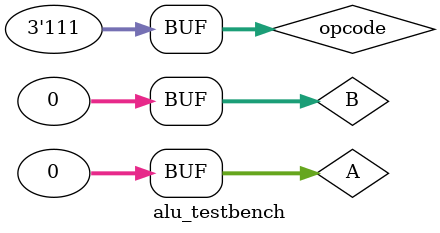
<source format=sv>
module alu(A, B, opcode, out, c_out, zero);
    input logic[31:0] A,B;
    input logic[2:0] opcode;
    output logic[31:0] out;
    output logic c_out, zero;
    logic[32:0] result;

    always_comb begin
        case(opcode)
            0: // and
                result = A & B;
            1: // or 
                result = A | B;
            2: //add
                result = A + B; 
            6: //sub
                result = A + (~B + 1); 
            7: begin //set less than
				if (A[31] != B[31]) begin
					if (A[31] > B[31]) begin
						result = 1;
					end else begin
						result = 0;
					end
				end else begin
					if (A < B)
					begin
						result = 1;
					end
					else
					begin
						result = 0;
					end
				end
			end
            default: result = 33'hxxxxxxxxx;
        endcase
    end

    assign out = result[31:0]; 
    assign c_out = result[32]; 
    assign zero = (result[31:0] == 0); 
endmodule

module alu_testbench(); 
    logic[31:0] A,B;
    logic[2:0] opcode;
    logic[31:0] out;
    logic c_out, zero; 

    alu dut(.A, .B, .opcode, .out, .c_out, .zero); 

    initial begin
        //and test
        opcode = 3'd0; 
        A = 32'hFFFFFFFF; B = 32'hFFF0FFFF; #10; 	
        A = 32'h0000000F; B = 32'hFFFFFFF1; #10; 
        // or test
        opcode = 3'd1;
        A = 32'hFFFFFFFF; B = 32'hFFF0FFFF; #10; 	
        A = 32'h0000000F; B = 32'hFFFFFFF1; #10; 
        //add test
        opcode = 3'd2;
        A = 32'hFFFFFFFF; B = 32'h00000001; #10; //c_out test
        A = 32'd0; B = 32'd0; #10; 
        //subtract test
        opcode = 3'd6;
        A = 32'hFFFFFFFF; B = 32'h00000001; #10; //c_out test
        A = 32'd0; B = 32'd0; #10;
        //SLT
        opcode = 3'd7;
        A = 32'hFFFFFFFF; B = 32'h00000001; #10; //c_out test
        A = 32'd0; B = 32'd0; #10;
    end

endmodule
</source>
